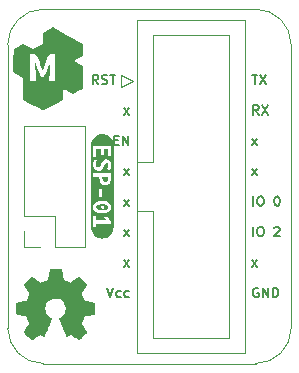
<source format=gbr>
G04 #@! TF.GenerationSoftware,KiCad,Pcbnew,6.0.10+dfsg-1~bpo11+1*
G04 #@! TF.ProjectId,project,70726f6a-6563-4742-9e6b-696361645f70,rev?*
G04 #@! TF.SameCoordinates,Original*
G04 #@! TF.FileFunction,Legend,Top*
G04 #@! TF.FilePolarity,Positive*
%FSLAX46Y46*%
G04 Gerber Fmt 4.6, Leading zero omitted, Abs format (unit mm)*
%MOMM*%
%LPD*%
G01*
G04 APERTURE LIST*
G04 #@! TA.AperFunction,Profile*
%ADD10C,0.100000*%
G04 #@! TD*
%ADD11C,0.150000*%
%ADD12C,0.120000*%
%ADD13C,0.010000*%
%ADD14C,2.200000*%
%ADD15R,1.700000X1.700000*%
%ADD16O,1.700000X1.700000*%
%ADD17C,1.700000*%
G04 APERTURE END LIST*
D10*
X163500000Y-130000000D02*
X181500000Y-130000000D01*
X184500000Y-127000000D02*
X184500000Y-103000000D01*
X160500000Y-103000000D02*
X160500000Y-127000000D01*
X163500000Y-100000000D02*
G75*
G03*
X160500000Y-103000000I0J-3000000D01*
G01*
X160500000Y-127000000D02*
G75*
G03*
X163500000Y-130000000I3000000J0D01*
G01*
X184500000Y-103000000D02*
G75*
G03*
X181500000Y-100000000I-3000000J0D01*
G01*
X181500000Y-100000000D02*
X163500000Y-100000000D01*
X181500000Y-130000000D02*
G75*
G03*
X184500000Y-127000000I0J3000000D01*
G01*
D11*
X168159642Y-106345904D02*
X167892976Y-105964952D01*
X167702500Y-106345904D02*
X167702500Y-105545904D01*
X168007261Y-105545904D01*
X168083452Y-105584000D01*
X168121547Y-105622095D01*
X168159642Y-105698285D01*
X168159642Y-105812571D01*
X168121547Y-105888761D01*
X168083452Y-105926857D01*
X168007261Y-105964952D01*
X167702500Y-105964952D01*
X168464404Y-106307809D02*
X168578690Y-106345904D01*
X168769166Y-106345904D01*
X168845357Y-106307809D01*
X168883452Y-106269714D01*
X168921547Y-106193523D01*
X168921547Y-106117333D01*
X168883452Y-106041142D01*
X168845357Y-106003047D01*
X168769166Y-105964952D01*
X168616785Y-105926857D01*
X168540595Y-105888761D01*
X168502500Y-105850666D01*
X168464404Y-105774476D01*
X168464404Y-105698285D01*
X168502500Y-105622095D01*
X168540595Y-105584000D01*
X168616785Y-105545904D01*
X168807261Y-105545904D01*
X168921547Y-105584000D01*
X169150119Y-105545904D02*
X169607261Y-105545904D01*
X169378690Y-106345904D02*
X169378690Y-105545904D01*
X170369166Y-108921904D02*
X170788214Y-108388571D01*
X170369166Y-108388571D02*
X170788214Y-108921904D01*
X169531071Y-111078857D02*
X169797738Y-111078857D01*
X169912023Y-111497904D02*
X169531071Y-111497904D01*
X169531071Y-110697904D01*
X169912023Y-110697904D01*
X170254880Y-111497904D02*
X170254880Y-110697904D01*
X170712023Y-111497904D01*
X170712023Y-110697904D01*
X170369166Y-114073904D02*
X170788214Y-113540571D01*
X170369166Y-113540571D02*
X170788214Y-114073904D01*
X170369166Y-116649904D02*
X170788214Y-116116571D01*
X170369166Y-116116571D02*
X170788214Y-116649904D01*
X170369166Y-119225904D02*
X170788214Y-118692571D01*
X170369166Y-118692571D02*
X170788214Y-119225904D01*
X170369166Y-121801904D02*
X170788214Y-121268571D01*
X170369166Y-121268571D02*
X170788214Y-121801904D01*
X168921547Y-123577904D02*
X169188214Y-124377904D01*
X169454880Y-123577904D01*
X170064404Y-124339809D02*
X169988214Y-124377904D01*
X169835833Y-124377904D01*
X169759642Y-124339809D01*
X169721547Y-124301714D01*
X169683452Y-124225523D01*
X169683452Y-123996952D01*
X169721547Y-123920761D01*
X169759642Y-123882666D01*
X169835833Y-123844571D01*
X169988214Y-123844571D01*
X170064404Y-123882666D01*
X170750119Y-124339809D02*
X170673928Y-124377904D01*
X170521547Y-124377904D01*
X170445357Y-124339809D01*
X170407261Y-124301714D01*
X170369166Y-124225523D01*
X170369166Y-123996952D01*
X170407261Y-123920761D01*
X170445357Y-123882666D01*
X170521547Y-123844571D01*
X170673928Y-123844571D01*
X170750119Y-123882666D01*
X181173690Y-105545904D02*
X181630833Y-105545904D01*
X181402261Y-106345904D02*
X181402261Y-105545904D01*
X181821309Y-105545904D02*
X182354642Y-106345904D01*
X182354642Y-105545904D02*
X181821309Y-106345904D01*
X181745119Y-108921904D02*
X181478452Y-108540952D01*
X181287976Y-108921904D02*
X181287976Y-108121904D01*
X181592738Y-108121904D01*
X181668928Y-108160000D01*
X181707023Y-108198095D01*
X181745119Y-108274285D01*
X181745119Y-108388571D01*
X181707023Y-108464761D01*
X181668928Y-108502857D01*
X181592738Y-108540952D01*
X181287976Y-108540952D01*
X182011785Y-108121904D02*
X182545119Y-108921904D01*
X182545119Y-108121904D02*
X182011785Y-108921904D01*
X181211785Y-111497904D02*
X181630833Y-110964571D01*
X181211785Y-110964571D02*
X181630833Y-111497904D01*
X181211785Y-114073904D02*
X181630833Y-113540571D01*
X181211785Y-113540571D02*
X181630833Y-114073904D01*
X181287976Y-116649904D02*
X181287976Y-115849904D01*
X181821309Y-115849904D02*
X181973690Y-115849904D01*
X182049880Y-115888000D01*
X182126071Y-115964190D01*
X182164166Y-116116571D01*
X182164166Y-116383238D01*
X182126071Y-116535619D01*
X182049880Y-116611809D01*
X181973690Y-116649904D01*
X181821309Y-116649904D01*
X181745119Y-116611809D01*
X181668928Y-116535619D01*
X181630833Y-116383238D01*
X181630833Y-116116571D01*
X181668928Y-115964190D01*
X181745119Y-115888000D01*
X181821309Y-115849904D01*
X183268928Y-115849904D02*
X183345119Y-115849904D01*
X183421309Y-115888000D01*
X183459404Y-115926095D01*
X183497500Y-116002285D01*
X183535595Y-116154666D01*
X183535595Y-116345142D01*
X183497500Y-116497523D01*
X183459404Y-116573714D01*
X183421309Y-116611809D01*
X183345119Y-116649904D01*
X183268928Y-116649904D01*
X183192738Y-116611809D01*
X183154642Y-116573714D01*
X183116547Y-116497523D01*
X183078452Y-116345142D01*
X183078452Y-116154666D01*
X183116547Y-116002285D01*
X183154642Y-115926095D01*
X183192738Y-115888000D01*
X183268928Y-115849904D01*
X181287976Y-119225904D02*
X181287976Y-118425904D01*
X181821309Y-118425904D02*
X181973690Y-118425904D01*
X182049880Y-118464000D01*
X182126071Y-118540190D01*
X182164166Y-118692571D01*
X182164166Y-118959238D01*
X182126071Y-119111619D01*
X182049880Y-119187809D01*
X181973690Y-119225904D01*
X181821309Y-119225904D01*
X181745119Y-119187809D01*
X181668928Y-119111619D01*
X181630833Y-118959238D01*
X181630833Y-118692571D01*
X181668928Y-118540190D01*
X181745119Y-118464000D01*
X181821309Y-118425904D01*
X183078452Y-118502095D02*
X183116547Y-118464000D01*
X183192738Y-118425904D01*
X183383214Y-118425904D01*
X183459404Y-118464000D01*
X183497500Y-118502095D01*
X183535595Y-118578285D01*
X183535595Y-118654476D01*
X183497500Y-118768761D01*
X183040357Y-119225904D01*
X183535595Y-119225904D01*
X181211785Y-121801904D02*
X181630833Y-121268571D01*
X181211785Y-121268571D02*
X181630833Y-121801904D01*
X181707023Y-123616000D02*
X181630833Y-123577904D01*
X181516547Y-123577904D01*
X181402261Y-123616000D01*
X181326071Y-123692190D01*
X181287976Y-123768380D01*
X181249880Y-123920761D01*
X181249880Y-124035047D01*
X181287976Y-124187428D01*
X181326071Y-124263619D01*
X181402261Y-124339809D01*
X181516547Y-124377904D01*
X181592738Y-124377904D01*
X181707023Y-124339809D01*
X181745119Y-124301714D01*
X181745119Y-124035047D01*
X181592738Y-124035047D01*
X182087976Y-124377904D02*
X182087976Y-123577904D01*
X182545119Y-124377904D01*
X182545119Y-123577904D01*
X182926071Y-124377904D02*
X182926071Y-123577904D01*
X183116547Y-123577904D01*
X183230833Y-123616000D01*
X183307023Y-123692190D01*
X183345119Y-123768380D01*
X183383214Y-123920761D01*
X183383214Y-124035047D01*
X183345119Y-124187428D01*
X183307023Y-124263619D01*
X183230833Y-124339809D01*
X183116547Y-124377904D01*
X182926071Y-124377904D01*
G36*
X161380705Y-105557074D02*
G01*
X160954743Y-105325237D01*
X160978538Y-104353370D01*
X161002334Y-103381503D01*
X161805238Y-102940311D01*
X162643704Y-103396661D01*
X163497560Y-102925667D01*
X163499492Y-102460000D01*
X163501425Y-101994334D01*
X163926076Y-101769609D01*
X164350728Y-101544885D01*
X165616877Y-102235276D01*
X166883025Y-102925667D01*
X166884846Y-103437962D01*
X166886667Y-103950258D01*
X166501301Y-104137483D01*
X166290526Y-104255767D01*
X166170184Y-104354901D01*
X166158544Y-104393651D01*
X166256204Y-104468030D01*
X166451559Y-104573728D01*
X166543910Y-104617156D01*
X166886667Y-104771718D01*
X166885955Y-105753692D01*
X166885242Y-106735667D01*
X166458732Y-106961382D01*
X166032222Y-107187098D01*
X165676278Y-106983569D01*
X165455571Y-106864108D01*
X165296662Y-106790367D01*
X165256834Y-106779020D01*
X165221214Y-106854803D01*
X165197798Y-107050556D01*
X165192499Y-107222500D01*
X165191665Y-107667000D01*
X164409333Y-108090334D01*
X164072241Y-108267716D01*
X163781728Y-108411355D01*
X163575183Y-108503285D01*
X163500000Y-108527314D01*
X163376836Y-108493503D01*
X163144231Y-108391419D01*
X162838961Y-108238198D01*
X162591498Y-108103980D01*
X161809997Y-107667000D01*
X161807220Y-106100667D01*
X162399334Y-106100667D01*
X162925310Y-106100667D01*
X162864533Y-105317500D01*
X162843533Y-104984666D01*
X162837011Y-104733428D01*
X162845326Y-104597700D01*
X162856756Y-104584934D01*
X162908078Y-104684970D01*
X162993843Y-104901329D01*
X163096411Y-105189211D01*
X163106821Y-105219934D01*
X163246591Y-105583479D01*
X163370353Y-105781514D01*
X163486937Y-105816032D01*
X163605175Y-105689025D01*
X163733899Y-105402484D01*
X163747907Y-105364532D01*
X163889806Y-104983806D01*
X163984588Y-104762484D01*
X164039083Y-104699457D01*
X164060120Y-104793618D01*
X164054529Y-105043861D01*
X164038020Y-105317500D01*
X163986159Y-106100667D01*
X164516000Y-106100667D01*
X164516000Y-103814667D01*
X164234573Y-103814667D01*
X164092127Y-103821744D01*
X163994874Y-103865133D01*
X163917781Y-103978071D01*
X163835814Y-104193795D01*
X163752360Y-104454896D01*
X163651022Y-104760140D01*
X163562012Y-104996519D01*
X163501326Y-105122357D01*
X163492675Y-105131527D01*
X163440481Y-105074492D01*
X163351863Y-104890977D01*
X163242718Y-104615550D01*
X163198234Y-104491298D01*
X163080918Y-104162658D01*
X162993670Y-103962523D01*
X162912147Y-103859046D01*
X162812003Y-103820379D01*
X162681013Y-103814667D01*
X162399334Y-103814667D01*
X162399334Y-106100667D01*
X161807220Y-106100667D01*
X161806667Y-105788912D01*
X161380705Y-105557074D01*
G37*
G36*
X168016309Y-116654373D02*
G01*
X168115428Y-116576388D01*
X168217160Y-116540669D01*
X168346145Y-116519238D01*
X168502381Y-116512094D01*
X168657295Y-116519238D01*
X168785485Y-116540669D01*
X168886953Y-116576388D01*
X168986073Y-116654373D01*
X169019112Y-116759744D01*
X168986073Y-116866602D01*
X168886953Y-116944291D01*
X168785485Y-116979348D01*
X168657295Y-117000382D01*
X168502381Y-117007394D01*
X168346145Y-117000382D01*
X168217160Y-116979348D01*
X168115428Y-116944291D01*
X168016309Y-116866602D01*
X167984005Y-116762125D01*
X168369031Y-116762125D01*
X168415466Y-116856184D01*
X168526194Y-116893094D01*
X168638112Y-116856184D01*
X168685737Y-116762125D01*
X168638112Y-116664494D01*
X168526194Y-116628775D01*
X168415466Y-116664494D01*
X168369031Y-116762125D01*
X167984005Y-116762125D01*
X167983269Y-116759744D01*
X168016309Y-116654373D01*
G37*
G36*
X167551011Y-111362986D02*
G01*
X167606071Y-111181474D01*
X167695486Y-111014192D01*
X167815817Y-110867568D01*
X167962441Y-110747237D01*
X168129723Y-110657823D01*
X168311234Y-110602762D01*
X168500000Y-110584170D01*
X168688766Y-110602762D01*
X168870277Y-110657823D01*
X169037559Y-110747237D01*
X169184183Y-110867568D01*
X169304514Y-111014192D01*
X169393929Y-111181474D01*
X169448989Y-111362986D01*
X169467581Y-111551752D01*
X169467581Y-118448248D01*
X169448989Y-118637014D01*
X169393929Y-118818526D01*
X169304514Y-118985808D01*
X169184183Y-119132432D01*
X169037559Y-119252763D01*
X168870277Y-119342177D01*
X168688766Y-119397238D01*
X168500000Y-119415830D01*
X168311234Y-119397238D01*
X168129723Y-119342177D01*
X167962441Y-119252763D01*
X167815817Y-119132432D01*
X167695486Y-118985808D01*
X167606071Y-118818526D01*
X167551011Y-118637014D01*
X167532419Y-118448248D01*
X167532419Y-118448050D01*
X167761812Y-118448050D01*
X168004700Y-118448050D01*
X168004700Y-118155156D01*
X169235806Y-118155156D01*
X169235806Y-117955131D01*
X169142937Y-117852738D01*
X169057212Y-117726531D01*
X168983394Y-117593181D01*
X168928625Y-117469356D01*
X168685737Y-117564606D01*
X168744078Y-117709863D01*
X168828612Y-117862263D01*
X168004700Y-117862263D01*
X168004700Y-117552700D01*
X167761812Y-117552700D01*
X167761812Y-118448050D01*
X167532419Y-118448050D01*
X167532419Y-116759744D01*
X167730856Y-116759744D01*
X167752023Y-116913202D01*
X167815523Y-117040202D01*
X167921356Y-117140744D01*
X168029108Y-117198043D01*
X168161862Y-117238970D01*
X168319620Y-117263527D01*
X168502381Y-117271713D01*
X168684026Y-117263527D01*
X168840816Y-117238970D01*
X168972753Y-117198043D01*
X169079834Y-117140744D01*
X169185006Y-117040202D01*
X169248109Y-116913202D01*
X169269144Y-116759744D01*
X169247977Y-116608667D01*
X169184477Y-116482460D01*
X169078644Y-116381125D01*
X168971190Y-116322784D01*
X168839328Y-116281113D01*
X168683059Y-116256109D01*
X168502381Y-116247775D01*
X168319620Y-116255961D01*
X168161862Y-116280517D01*
X168029108Y-116321445D01*
X167921356Y-116378744D01*
X167815523Y-116479285D01*
X167752023Y-116606285D01*
X167730856Y-116759744D01*
X167532419Y-116759744D01*
X167532419Y-115895350D01*
X168228537Y-115895350D01*
X168516669Y-115895350D01*
X168516669Y-115242888D01*
X168228537Y-115242888D01*
X168228537Y-115895350D01*
X167532419Y-115895350D01*
X167532419Y-114204663D01*
X167761812Y-114204663D01*
X168259494Y-114204663D01*
X168259494Y-114309438D01*
X168272591Y-114485518D01*
X168311881Y-114632758D01*
X168377366Y-114751159D01*
X168472219Y-114837810D01*
X168599616Y-114889801D01*
X168759556Y-114907131D01*
X168917909Y-114889933D01*
X169043719Y-114838340D01*
X169136984Y-114752350D01*
X169201146Y-114635140D01*
X169239643Y-114489883D01*
X169252475Y-114316581D01*
X169250094Y-114223713D01*
X169244141Y-114116556D01*
X169233425Y-114008209D01*
X169216756Y-113911769D01*
X167761812Y-113911769D01*
X167761812Y-114204663D01*
X167532419Y-114204663D01*
X167532419Y-113145006D01*
X167730856Y-113145006D01*
X167743424Y-113312091D01*
X167781127Y-113448219D01*
X167843966Y-113553391D01*
X167980590Y-113654296D01*
X168164244Y-113687931D01*
X168275270Y-113677811D01*
X168365459Y-113647450D01*
X168498809Y-113543866D01*
X168584534Y-113405753D01*
X168642875Y-113261688D01*
X168678594Y-113170009D01*
X168722647Y-113086666D01*
X168779797Y-113025944D01*
X168854806Y-113002131D01*
X168948733Y-113028060D01*
X169005090Y-113105848D01*
X169023875Y-113235494D01*
X169000062Y-113403372D01*
X168942912Y-113535531D01*
X169169131Y-113621256D01*
X169238187Y-113450997D01*
X169261405Y-113341162D01*
X169269144Y-113214063D01*
X169256179Y-113068145D01*
X169217285Y-112944717D01*
X169152462Y-112843778D01*
X169013159Y-112742873D01*
X168828612Y-112709238D01*
X168653591Y-112747338D01*
X168535719Y-112843778D01*
X168457137Y-112973556D01*
X168402369Y-113111669D01*
X168360697Y-113211681D01*
X168310691Y-113302169D01*
X168247587Y-113368844D01*
X168166625Y-113395038D01*
X168096378Y-113384322D01*
X168034466Y-113345031D01*
X167991603Y-113267641D01*
X167976125Y-113145006D01*
X167984459Y-113026241D01*
X168009462Y-112927122D01*
X168080900Y-112773531D01*
X167842775Y-112687806D01*
X167770147Y-112852113D01*
X167740679Y-112980105D01*
X167730856Y-113145006D01*
X167532419Y-113145006D01*
X167532419Y-112497306D01*
X167761812Y-112497306D01*
X168004700Y-112497306D01*
X168004700Y-111844844D01*
X168419038Y-111844844D01*
X168419038Y-112366338D01*
X168661925Y-112366338D01*
X168661925Y-111844844D01*
X168992919Y-111844844D01*
X168992919Y-112444919D01*
X169235806Y-112444919D01*
X169235806Y-111551950D01*
X167761812Y-111551950D01*
X167761812Y-112497306D01*
X167532419Y-112497306D01*
X167532419Y-111551752D01*
X167551011Y-111362986D01*
G37*
G36*
X168996491Y-114277291D02*
G01*
X168997681Y-114349919D01*
X168984287Y-114454991D01*
X168944103Y-114536847D01*
X168871773Y-114589532D01*
X168761937Y-114607094D01*
X168646149Y-114589234D01*
X168570247Y-114535656D01*
X168528277Y-114446955D01*
X168514287Y-114323725D01*
X168514287Y-114204663D01*
X168990537Y-114204663D01*
X168996491Y-114277291D01*
G37*
D12*
X164480000Y-120130000D02*
X164480000Y-117530000D01*
X167080000Y-120130000D02*
X167080000Y-109850000D01*
X164480000Y-117530000D02*
X161880000Y-117530000D01*
X163210000Y-120130000D02*
X161880000Y-120130000D01*
X161880000Y-117530000D02*
X161880000Y-109850000D01*
X161880000Y-120130000D02*
X161880000Y-118800000D01*
X167080000Y-120130000D02*
X164480000Y-120130000D01*
X167080000Y-109850000D02*
X161880000Y-109850000D01*
G36*
X165055814Y-122468931D02*
G01*
X165139635Y-122913555D01*
X165448920Y-123041053D01*
X165758206Y-123168551D01*
X166129246Y-122916246D01*
X166233157Y-122845996D01*
X166327087Y-122783272D01*
X166406652Y-122730938D01*
X166467470Y-122691857D01*
X166505157Y-122668893D01*
X166515421Y-122663942D01*
X166533910Y-122676676D01*
X166573420Y-122711882D01*
X166629522Y-122765062D01*
X166697787Y-122831718D01*
X166773786Y-122907354D01*
X166853092Y-122987472D01*
X166931275Y-123067574D01*
X167003907Y-123143164D01*
X167066559Y-123209745D01*
X167114803Y-123262818D01*
X167144210Y-123297887D01*
X167151241Y-123309623D01*
X167141123Y-123331260D01*
X167112759Y-123378662D01*
X167069129Y-123447193D01*
X167013218Y-123532215D01*
X166948006Y-123629093D01*
X166910219Y-123684350D01*
X166841343Y-123785248D01*
X166780140Y-123876299D01*
X166729578Y-123952970D01*
X166692628Y-124010728D01*
X166672258Y-124045043D01*
X166669197Y-124052254D01*
X166676136Y-124072748D01*
X166695051Y-124120513D01*
X166723087Y-124188832D01*
X166757391Y-124270989D01*
X166795109Y-124360270D01*
X166833387Y-124449958D01*
X166869370Y-124533338D01*
X166900206Y-124603694D01*
X166923039Y-124654310D01*
X166935017Y-124678471D01*
X166935724Y-124679422D01*
X166954531Y-124684036D01*
X167004618Y-124694328D01*
X167080793Y-124709287D01*
X167177865Y-124727901D01*
X167290643Y-124749159D01*
X167356442Y-124761418D01*
X167476950Y-124784362D01*
X167585797Y-124806195D01*
X167677476Y-124825722D01*
X167746481Y-124841748D01*
X167787304Y-124853079D01*
X167795511Y-124856674D01*
X167803548Y-124881006D01*
X167810033Y-124935959D01*
X167814970Y-125015108D01*
X167818364Y-125112026D01*
X167820218Y-125220287D01*
X167820538Y-125333465D01*
X167819327Y-125445135D01*
X167816590Y-125548868D01*
X167812331Y-125638241D01*
X167806555Y-125706826D01*
X167799267Y-125748197D01*
X167794895Y-125756810D01*
X167768764Y-125767133D01*
X167713393Y-125781892D01*
X167636107Y-125799352D01*
X167544230Y-125817780D01*
X167512158Y-125823741D01*
X167357524Y-125852066D01*
X167235375Y-125874876D01*
X167141673Y-125893080D01*
X167072384Y-125907583D01*
X167023471Y-125919292D01*
X166990897Y-125929115D01*
X166970628Y-125937956D01*
X166958626Y-125946724D01*
X166956947Y-125948457D01*
X166940184Y-125976371D01*
X166914614Y-126030695D01*
X166882788Y-126104777D01*
X166847260Y-126191965D01*
X166810583Y-126285608D01*
X166775311Y-126379052D01*
X166743996Y-126465647D01*
X166719193Y-126538740D01*
X166703454Y-126591678D01*
X166699332Y-126617811D01*
X166699676Y-126618726D01*
X166713641Y-126640086D01*
X166745322Y-126687084D01*
X166791391Y-126754827D01*
X166848518Y-126838423D01*
X166913373Y-126932982D01*
X166931843Y-126959854D01*
X166997699Y-127057275D01*
X167055650Y-127146163D01*
X167102538Y-127221412D01*
X167135207Y-127277920D01*
X167150500Y-127310581D01*
X167151241Y-127314593D01*
X167138392Y-127335684D01*
X167102888Y-127377464D01*
X167049293Y-127435445D01*
X166982171Y-127505135D01*
X166906087Y-127582045D01*
X166825604Y-127661683D01*
X166745287Y-127739561D01*
X166669699Y-127811186D01*
X166603405Y-127872070D01*
X166550969Y-127917721D01*
X166516955Y-127943650D01*
X166507545Y-127947883D01*
X166485643Y-127937912D01*
X166440800Y-127911020D01*
X166380321Y-127871736D01*
X166333789Y-127840117D01*
X166249475Y-127782098D01*
X166149626Y-127713784D01*
X166049473Y-127645579D01*
X165995627Y-127609075D01*
X165813371Y-127485800D01*
X165660381Y-127568520D01*
X165590682Y-127604759D01*
X165531414Y-127632926D01*
X165491311Y-127648991D01*
X165481103Y-127651226D01*
X165468829Y-127634722D01*
X165444613Y-127588082D01*
X165410263Y-127515609D01*
X165367588Y-127421606D01*
X165318394Y-127310374D01*
X165264490Y-127186215D01*
X165207684Y-127053432D01*
X165149782Y-126916327D01*
X165092593Y-126779202D01*
X165037924Y-126646358D01*
X164987584Y-126522098D01*
X164943380Y-126410725D01*
X164907119Y-126316539D01*
X164880609Y-126243844D01*
X164865658Y-126196941D01*
X164863254Y-126180833D01*
X164882311Y-126160286D01*
X164924036Y-126126933D01*
X164979706Y-126087702D01*
X164984378Y-126084599D01*
X165128264Y-125969423D01*
X165244283Y-125835053D01*
X165331430Y-125685784D01*
X165388699Y-125525913D01*
X165415086Y-125359737D01*
X165409585Y-125191552D01*
X165371190Y-125025655D01*
X165298895Y-124866342D01*
X165277626Y-124831487D01*
X165166996Y-124690737D01*
X165036302Y-124577714D01*
X164890064Y-124493003D01*
X164732808Y-124437194D01*
X164569057Y-124410874D01*
X164403333Y-124414630D01*
X164240162Y-124449050D01*
X164084065Y-124514723D01*
X163939567Y-124612235D01*
X163894869Y-124651813D01*
X163781112Y-124775703D01*
X163698218Y-124906124D01*
X163641356Y-125052315D01*
X163609687Y-125197088D01*
X163601869Y-125359860D01*
X163627938Y-125523440D01*
X163685245Y-125682298D01*
X163771144Y-125830906D01*
X163882986Y-125963735D01*
X164018123Y-126075256D01*
X164035883Y-126087011D01*
X164092150Y-126125508D01*
X164134923Y-126158863D01*
X164155372Y-126180160D01*
X164155669Y-126180833D01*
X164151279Y-126203871D01*
X164133876Y-126256157D01*
X164105268Y-126333390D01*
X164067265Y-126431268D01*
X164021674Y-126545491D01*
X163970303Y-126671758D01*
X163914962Y-126805767D01*
X163857458Y-126943218D01*
X163799601Y-127079808D01*
X163743198Y-127211237D01*
X163690058Y-127333205D01*
X163641990Y-127441409D01*
X163600801Y-127531549D01*
X163568301Y-127599323D01*
X163546297Y-127640430D01*
X163537436Y-127651226D01*
X163510360Y-127642819D01*
X163459697Y-127620272D01*
X163394183Y-127587613D01*
X163358159Y-127568520D01*
X163205168Y-127485800D01*
X163022912Y-127609075D01*
X162929875Y-127672228D01*
X162828015Y-127741727D01*
X162732562Y-127807165D01*
X162684750Y-127840117D01*
X162617505Y-127885273D01*
X162560564Y-127921057D01*
X162521354Y-127942938D01*
X162508619Y-127947563D01*
X162490083Y-127935085D01*
X162449059Y-127900252D01*
X162389525Y-127846678D01*
X162315458Y-127777983D01*
X162230835Y-127697781D01*
X162177315Y-127646286D01*
X162083681Y-127554286D01*
X162002759Y-127471999D01*
X161937823Y-127402945D01*
X161892142Y-127350644D01*
X161868989Y-127318616D01*
X161866768Y-127312116D01*
X161877076Y-127287394D01*
X161905561Y-127237405D01*
X161949063Y-127167212D01*
X162004423Y-127081875D01*
X162068480Y-126986456D01*
X162086697Y-126959854D01*
X162153073Y-126863167D01*
X162212622Y-126776117D01*
X162262016Y-126703595D01*
X162297925Y-126650493D01*
X162317019Y-126621703D01*
X162318864Y-126618726D01*
X162316105Y-126595782D01*
X162301462Y-126545336D01*
X162277487Y-126474041D01*
X162246734Y-126388547D01*
X162211756Y-126295507D01*
X162175107Y-126201574D01*
X162139339Y-126113399D01*
X162107006Y-126037634D01*
X162080662Y-125980931D01*
X162062858Y-125949943D01*
X162061593Y-125948457D01*
X162050706Y-125939601D01*
X162032318Y-125930843D01*
X162002394Y-125921277D01*
X161956897Y-125909996D01*
X161891791Y-125896093D01*
X161803039Y-125878663D01*
X161686607Y-125856798D01*
X161538458Y-125829591D01*
X161506382Y-125823741D01*
X161411314Y-125805374D01*
X161328435Y-125787405D01*
X161265070Y-125771569D01*
X161228542Y-125759600D01*
X161223644Y-125756810D01*
X161215573Y-125732072D01*
X161209013Y-125676790D01*
X161203967Y-125597389D01*
X161200441Y-125500296D01*
X161198439Y-125391938D01*
X161197964Y-125278740D01*
X161199023Y-125167128D01*
X161201618Y-125063529D01*
X161205754Y-124974368D01*
X161211437Y-124906072D01*
X161218669Y-124865066D01*
X161223029Y-124856674D01*
X161247302Y-124848208D01*
X161302574Y-124834435D01*
X161383338Y-124816550D01*
X161484088Y-124795748D01*
X161599317Y-124773223D01*
X161662098Y-124761418D01*
X161781213Y-124739151D01*
X161887435Y-124718979D01*
X161975573Y-124701915D01*
X162040434Y-124688969D01*
X162076826Y-124681155D01*
X162082816Y-124679422D01*
X162092939Y-124659890D01*
X162114338Y-124612843D01*
X162144161Y-124545003D01*
X162179555Y-124463091D01*
X162217668Y-124373828D01*
X162255647Y-124283935D01*
X162290640Y-124200135D01*
X162319794Y-124129147D01*
X162340257Y-124077694D01*
X162349177Y-124052497D01*
X162349343Y-124051396D01*
X162339231Y-124031519D01*
X162310883Y-123985777D01*
X162267277Y-123918717D01*
X162211394Y-123834884D01*
X162146213Y-123738826D01*
X162108321Y-123683650D01*
X162039275Y-123582481D01*
X161977950Y-123490630D01*
X161927337Y-123412744D01*
X161890429Y-123353469D01*
X161870218Y-123317451D01*
X161867299Y-123309377D01*
X161879847Y-123290584D01*
X161914537Y-123250457D01*
X161966937Y-123193493D01*
X162032616Y-123124185D01*
X162107144Y-123047031D01*
X162186087Y-122966525D01*
X162265017Y-122887163D01*
X162339500Y-122813440D01*
X162405106Y-122749852D01*
X162457404Y-122700894D01*
X162491961Y-122671061D01*
X162503522Y-122663942D01*
X162522346Y-122673953D01*
X162567369Y-122702078D01*
X162634213Y-122745454D01*
X162718501Y-122801218D01*
X162815856Y-122866506D01*
X162889293Y-122916246D01*
X163260333Y-123168551D01*
X163878905Y-122913555D01*
X163962725Y-122468931D01*
X164046546Y-122024307D01*
X164971994Y-122024307D01*
X165055814Y-122468931D01*
G37*
D13*
X165055814Y-122468931D02*
X165139635Y-122913555D01*
X165448920Y-123041053D01*
X165758206Y-123168551D01*
X166129246Y-122916246D01*
X166233157Y-122845996D01*
X166327087Y-122783272D01*
X166406652Y-122730938D01*
X166467470Y-122691857D01*
X166505157Y-122668893D01*
X166515421Y-122663942D01*
X166533910Y-122676676D01*
X166573420Y-122711882D01*
X166629522Y-122765062D01*
X166697787Y-122831718D01*
X166773786Y-122907354D01*
X166853092Y-122987472D01*
X166931275Y-123067574D01*
X167003907Y-123143164D01*
X167066559Y-123209745D01*
X167114803Y-123262818D01*
X167144210Y-123297887D01*
X167151241Y-123309623D01*
X167141123Y-123331260D01*
X167112759Y-123378662D01*
X167069129Y-123447193D01*
X167013218Y-123532215D01*
X166948006Y-123629093D01*
X166910219Y-123684350D01*
X166841343Y-123785248D01*
X166780140Y-123876299D01*
X166729578Y-123952970D01*
X166692628Y-124010728D01*
X166672258Y-124045043D01*
X166669197Y-124052254D01*
X166676136Y-124072748D01*
X166695051Y-124120513D01*
X166723087Y-124188832D01*
X166757391Y-124270989D01*
X166795109Y-124360270D01*
X166833387Y-124449958D01*
X166869370Y-124533338D01*
X166900206Y-124603694D01*
X166923039Y-124654310D01*
X166935017Y-124678471D01*
X166935724Y-124679422D01*
X166954531Y-124684036D01*
X167004618Y-124694328D01*
X167080793Y-124709287D01*
X167177865Y-124727901D01*
X167290643Y-124749159D01*
X167356442Y-124761418D01*
X167476950Y-124784362D01*
X167585797Y-124806195D01*
X167677476Y-124825722D01*
X167746481Y-124841748D01*
X167787304Y-124853079D01*
X167795511Y-124856674D01*
X167803548Y-124881006D01*
X167810033Y-124935959D01*
X167814970Y-125015108D01*
X167818364Y-125112026D01*
X167820218Y-125220287D01*
X167820538Y-125333465D01*
X167819327Y-125445135D01*
X167816590Y-125548868D01*
X167812331Y-125638241D01*
X167806555Y-125706826D01*
X167799267Y-125748197D01*
X167794895Y-125756810D01*
X167768764Y-125767133D01*
X167713393Y-125781892D01*
X167636107Y-125799352D01*
X167544230Y-125817780D01*
X167512158Y-125823741D01*
X167357524Y-125852066D01*
X167235375Y-125874876D01*
X167141673Y-125893080D01*
X167072384Y-125907583D01*
X167023471Y-125919292D01*
X166990897Y-125929115D01*
X166970628Y-125937956D01*
X166958626Y-125946724D01*
X166956947Y-125948457D01*
X166940184Y-125976371D01*
X166914614Y-126030695D01*
X166882788Y-126104777D01*
X166847260Y-126191965D01*
X166810583Y-126285608D01*
X166775311Y-126379052D01*
X166743996Y-126465647D01*
X166719193Y-126538740D01*
X166703454Y-126591678D01*
X166699332Y-126617811D01*
X166699676Y-126618726D01*
X166713641Y-126640086D01*
X166745322Y-126687084D01*
X166791391Y-126754827D01*
X166848518Y-126838423D01*
X166913373Y-126932982D01*
X166931843Y-126959854D01*
X166997699Y-127057275D01*
X167055650Y-127146163D01*
X167102538Y-127221412D01*
X167135207Y-127277920D01*
X167150500Y-127310581D01*
X167151241Y-127314593D01*
X167138392Y-127335684D01*
X167102888Y-127377464D01*
X167049293Y-127435445D01*
X166982171Y-127505135D01*
X166906087Y-127582045D01*
X166825604Y-127661683D01*
X166745287Y-127739561D01*
X166669699Y-127811186D01*
X166603405Y-127872070D01*
X166550969Y-127917721D01*
X166516955Y-127943650D01*
X166507545Y-127947883D01*
X166485643Y-127937912D01*
X166440800Y-127911020D01*
X166380321Y-127871736D01*
X166333789Y-127840117D01*
X166249475Y-127782098D01*
X166149626Y-127713784D01*
X166049473Y-127645579D01*
X165995627Y-127609075D01*
X165813371Y-127485800D01*
X165660381Y-127568520D01*
X165590682Y-127604759D01*
X165531414Y-127632926D01*
X165491311Y-127648991D01*
X165481103Y-127651226D01*
X165468829Y-127634722D01*
X165444613Y-127588082D01*
X165410263Y-127515609D01*
X165367588Y-127421606D01*
X165318394Y-127310374D01*
X165264490Y-127186215D01*
X165207684Y-127053432D01*
X165149782Y-126916327D01*
X165092593Y-126779202D01*
X165037924Y-126646358D01*
X164987584Y-126522098D01*
X164943380Y-126410725D01*
X164907119Y-126316539D01*
X164880609Y-126243844D01*
X164865658Y-126196941D01*
X164863254Y-126180833D01*
X164882311Y-126160286D01*
X164924036Y-126126933D01*
X164979706Y-126087702D01*
X164984378Y-126084599D01*
X165128264Y-125969423D01*
X165244283Y-125835053D01*
X165331430Y-125685784D01*
X165388699Y-125525913D01*
X165415086Y-125359737D01*
X165409585Y-125191552D01*
X165371190Y-125025655D01*
X165298895Y-124866342D01*
X165277626Y-124831487D01*
X165166996Y-124690737D01*
X165036302Y-124577714D01*
X164890064Y-124493003D01*
X164732808Y-124437194D01*
X164569057Y-124410874D01*
X164403333Y-124414630D01*
X164240162Y-124449050D01*
X164084065Y-124514723D01*
X163939567Y-124612235D01*
X163894869Y-124651813D01*
X163781112Y-124775703D01*
X163698218Y-124906124D01*
X163641356Y-125052315D01*
X163609687Y-125197088D01*
X163601869Y-125359860D01*
X163627938Y-125523440D01*
X163685245Y-125682298D01*
X163771144Y-125830906D01*
X163882986Y-125963735D01*
X164018123Y-126075256D01*
X164035883Y-126087011D01*
X164092150Y-126125508D01*
X164134923Y-126158863D01*
X164155372Y-126180160D01*
X164155669Y-126180833D01*
X164151279Y-126203871D01*
X164133876Y-126256157D01*
X164105268Y-126333390D01*
X164067265Y-126431268D01*
X164021674Y-126545491D01*
X163970303Y-126671758D01*
X163914962Y-126805767D01*
X163857458Y-126943218D01*
X163799601Y-127079808D01*
X163743198Y-127211237D01*
X163690058Y-127333205D01*
X163641990Y-127441409D01*
X163600801Y-127531549D01*
X163568301Y-127599323D01*
X163546297Y-127640430D01*
X163537436Y-127651226D01*
X163510360Y-127642819D01*
X163459697Y-127620272D01*
X163394183Y-127587613D01*
X163358159Y-127568520D01*
X163205168Y-127485800D01*
X163022912Y-127609075D01*
X162929875Y-127672228D01*
X162828015Y-127741727D01*
X162732562Y-127807165D01*
X162684750Y-127840117D01*
X162617505Y-127885273D01*
X162560564Y-127921057D01*
X162521354Y-127942938D01*
X162508619Y-127947563D01*
X162490083Y-127935085D01*
X162449059Y-127900252D01*
X162389525Y-127846678D01*
X162315458Y-127777983D01*
X162230835Y-127697781D01*
X162177315Y-127646286D01*
X162083681Y-127554286D01*
X162002759Y-127471999D01*
X161937823Y-127402945D01*
X161892142Y-127350644D01*
X161868989Y-127318616D01*
X161866768Y-127312116D01*
X161877076Y-127287394D01*
X161905561Y-127237405D01*
X161949063Y-127167212D01*
X162004423Y-127081875D01*
X162068480Y-126986456D01*
X162086697Y-126959854D01*
X162153073Y-126863167D01*
X162212622Y-126776117D01*
X162262016Y-126703595D01*
X162297925Y-126650493D01*
X162317019Y-126621703D01*
X162318864Y-126618726D01*
X162316105Y-126595782D01*
X162301462Y-126545336D01*
X162277487Y-126474041D01*
X162246734Y-126388547D01*
X162211756Y-126295507D01*
X162175107Y-126201574D01*
X162139339Y-126113399D01*
X162107006Y-126037634D01*
X162080662Y-125980931D01*
X162062858Y-125949943D01*
X162061593Y-125948457D01*
X162050706Y-125939601D01*
X162032318Y-125930843D01*
X162002394Y-125921277D01*
X161956897Y-125909996D01*
X161891791Y-125896093D01*
X161803039Y-125878663D01*
X161686607Y-125856798D01*
X161538458Y-125829591D01*
X161506382Y-125823741D01*
X161411314Y-125805374D01*
X161328435Y-125787405D01*
X161265070Y-125771569D01*
X161228542Y-125759600D01*
X161223644Y-125756810D01*
X161215573Y-125732072D01*
X161209013Y-125676790D01*
X161203967Y-125597389D01*
X161200441Y-125500296D01*
X161198439Y-125391938D01*
X161197964Y-125278740D01*
X161199023Y-125167128D01*
X161201618Y-125063529D01*
X161205754Y-124974368D01*
X161211437Y-124906072D01*
X161218669Y-124865066D01*
X161223029Y-124856674D01*
X161247302Y-124848208D01*
X161302574Y-124834435D01*
X161383338Y-124816550D01*
X161484088Y-124795748D01*
X161599317Y-124773223D01*
X161662098Y-124761418D01*
X161781213Y-124739151D01*
X161887435Y-124718979D01*
X161975573Y-124701915D01*
X162040434Y-124688969D01*
X162076826Y-124681155D01*
X162082816Y-124679422D01*
X162092939Y-124659890D01*
X162114338Y-124612843D01*
X162144161Y-124545003D01*
X162179555Y-124463091D01*
X162217668Y-124373828D01*
X162255647Y-124283935D01*
X162290640Y-124200135D01*
X162319794Y-124129147D01*
X162340257Y-124077694D01*
X162349177Y-124052497D01*
X162349343Y-124051396D01*
X162339231Y-124031519D01*
X162310883Y-123985777D01*
X162267277Y-123918717D01*
X162211394Y-123834884D01*
X162146213Y-123738826D01*
X162108321Y-123683650D01*
X162039275Y-123582481D01*
X161977950Y-123490630D01*
X161927337Y-123412744D01*
X161890429Y-123353469D01*
X161870218Y-123317451D01*
X161867299Y-123309377D01*
X161879847Y-123290584D01*
X161914537Y-123250457D01*
X161966937Y-123193493D01*
X162032616Y-123124185D01*
X162107144Y-123047031D01*
X162186087Y-122966525D01*
X162265017Y-122887163D01*
X162339500Y-122813440D01*
X162405106Y-122749852D01*
X162457404Y-122700894D01*
X162491961Y-122671061D01*
X162503522Y-122663942D01*
X162522346Y-122673953D01*
X162567369Y-122702078D01*
X162634213Y-122745454D01*
X162718501Y-122801218D01*
X162815856Y-122866506D01*
X162889293Y-122916246D01*
X163260333Y-123168551D01*
X163878905Y-122913555D01*
X163962725Y-122468931D01*
X164046546Y-122024307D01*
X164971994Y-122024307D01*
X165055814Y-122468931D01*
D12*
X171457500Y-112950000D02*
X172767500Y-112950000D01*
X171457500Y-129100000D02*
X171457500Y-100900000D01*
X172767500Y-112950000D02*
X172767500Y-102200000D01*
X172767500Y-127800000D02*
X172767500Y-117050000D01*
X172767500Y-102200000D02*
X179267500Y-102200000D01*
X180577500Y-100900000D02*
X180577500Y-129100000D01*
X180577500Y-129100000D02*
X171457500Y-129100000D01*
X170067500Y-106610000D02*
X171067500Y-106110000D01*
X179267500Y-127800000D02*
X172767500Y-127800000D01*
X170067500Y-105610000D02*
X170067500Y-106610000D01*
X171457500Y-100900000D02*
X180577500Y-100900000D01*
X179267500Y-102200000D02*
X179267500Y-127800000D01*
X172767500Y-117050000D02*
X172767500Y-117050000D01*
X172767500Y-117050000D02*
X171457500Y-117050000D01*
X171067500Y-106110000D02*
X170067500Y-105610000D01*
%LPC*%
D14*
X168500000Y-127000000D03*
D15*
X163210000Y-118800000D03*
D16*
X163210000Y-116260000D03*
X163210000Y-113720000D03*
X163210000Y-111180000D03*
X165750000Y-111180000D03*
X165750000Y-113720000D03*
X165750000Y-116260000D03*
X165750000Y-118800000D03*
D14*
X168500000Y-103000000D03*
G36*
G01*
X173897500Y-106710000D02*
X173897500Y-105510000D01*
G75*
G02*
X174147500Y-105260000I250000J0D01*
G01*
X175347500Y-105260000D01*
G75*
G02*
X175597500Y-105510000I0J-250000D01*
G01*
X175597500Y-106710000D01*
G75*
G02*
X175347500Y-106960000I-250000J0D01*
G01*
X174147500Y-106960000D01*
G75*
G02*
X173897500Y-106710000I0J250000D01*
G01*
G37*
D17*
X177287500Y-106110000D03*
X174747500Y-108650000D03*
X177287500Y-108650000D03*
X174747500Y-111190000D03*
X177287500Y-111190000D03*
X174747500Y-113730000D03*
X177287500Y-113730000D03*
X174747500Y-116270000D03*
X177287500Y-116270000D03*
X174747500Y-118810000D03*
X177287500Y-118810000D03*
X174747500Y-121350000D03*
X177287500Y-121350000D03*
X174747500Y-123890000D03*
X177287500Y-123890000D03*
M02*

</source>
